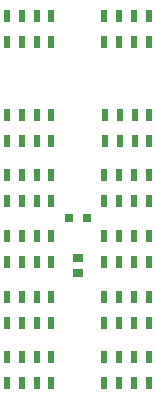
<source format=gtp>
G04 Layer_Color=8421504*
%FSLAX44Y44*%
%MOMM*%
G71*
G01*
G75*
%ADD10R,0.5499X1.0500*%
%ADD11R,0.8001X0.8001*%
%ADD12R,0.8999X0.7000*%
D10*
X129999Y60347D02*
D03*
X117499D02*
D03*
X92500D02*
D03*
X105000D02*
D03*
X92500Y82348D02*
D03*
X129999D02*
D03*
X117499D02*
D03*
X105000D02*
D03*
X129999Y9000D02*
D03*
X117499D02*
D03*
X92500D02*
D03*
X105000D02*
D03*
X92500Y31001D02*
D03*
X129999D02*
D03*
X117499D02*
D03*
X105000D02*
D03*
X35000Y163040D02*
D03*
X22501D02*
D03*
X10001D02*
D03*
X47499D02*
D03*
X35000Y185042D02*
D03*
X47499D02*
D03*
X22501D02*
D03*
X10001D02*
D03*
X35000Y111693D02*
D03*
X22501D02*
D03*
X10001D02*
D03*
X47499D02*
D03*
X35000Y133695D02*
D03*
X47499D02*
D03*
X22501D02*
D03*
X10001D02*
D03*
X35000Y214387D02*
D03*
X22501D02*
D03*
X10001D02*
D03*
X47499D02*
D03*
X35000Y236388D02*
D03*
X47499D02*
D03*
X22501D02*
D03*
X10001D02*
D03*
X35000Y297998D02*
D03*
X22501D02*
D03*
X10001D02*
D03*
X47499D02*
D03*
X35000Y320000D02*
D03*
X47499D02*
D03*
X22501D02*
D03*
X10001D02*
D03*
X129999Y163040D02*
D03*
X117499D02*
D03*
X92500D02*
D03*
X105000D02*
D03*
X92500Y185042D02*
D03*
X129999D02*
D03*
X117499D02*
D03*
X105000D02*
D03*
X10001Y31001D02*
D03*
X22501D02*
D03*
X47499D02*
D03*
X35000D02*
D03*
X47499Y9000D02*
D03*
X10001D02*
D03*
X22501D02*
D03*
X35000D02*
D03*
X10001Y82348D02*
D03*
X22501D02*
D03*
X47499D02*
D03*
X35000D02*
D03*
X47499Y60347D02*
D03*
X10001D02*
D03*
X22501D02*
D03*
X35000D02*
D03*
X129999Y297998D02*
D03*
X117499D02*
D03*
X92500D02*
D03*
X105000D02*
D03*
X92500Y320000D02*
D03*
X129999D02*
D03*
X117499D02*
D03*
X105000D02*
D03*
X130498Y214387D02*
D03*
X117999D02*
D03*
X93000D02*
D03*
X105499D02*
D03*
X93000Y236388D02*
D03*
X130498D02*
D03*
X117999D02*
D03*
X105499D02*
D03*
X129999Y111693D02*
D03*
X117499D02*
D03*
X92500D02*
D03*
X105000D02*
D03*
X92500Y133695D02*
D03*
X129999D02*
D03*
X117499D02*
D03*
X105000D02*
D03*
D11*
X62499Y149000D02*
D03*
X77501D02*
D03*
D12*
X70000Y115500D02*
D03*
Y102500D02*
D03*
M02*

</source>
